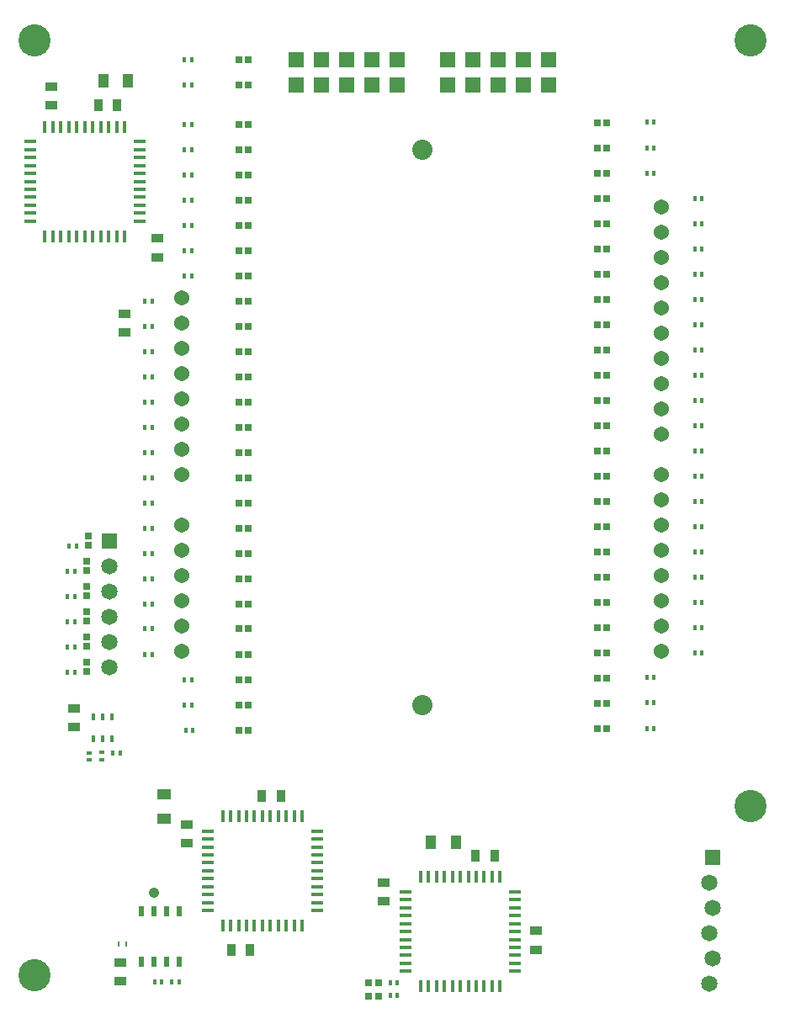
<source format=gts>
G04*
G04 #@! TF.GenerationSoftware,Altium Limited,Altium Designer,19.0.14 (431)*
G04*
G04 Layer_Color=8388736*
%FSLAX44Y44*%
%MOMM*%
G71*
G01*
G75*
%ADD33R,1.0400X1.3400*%
%ADD34R,1.3400X1.0400*%
%ADD35R,0.3400X0.5400*%
%ADD36R,0.6400X0.7400*%
%ADD37R,0.4400X0.6400*%
%ADD38R,0.5400X0.3400*%
%ADD39R,0.7400X0.6400*%
%ADD40R,1.2900X0.8400*%
%ADD41R,0.8400X1.2900*%
%ADD42R,0.2900X0.5400*%
%ADD43C,1.0400*%
%ADD44R,0.5400X1.1400*%
%ADD45R,0.4400X1.2400*%
%ADD46R,1.2400X0.4400*%
%ADD47R,1.6400X1.6400*%
%ADD48C,2.0400*%
%ADD49C,1.5400*%
%ADD50C,3.2400*%
%ADD51R,1.6400X1.6400*%
%ADD52C,1.6400*%
D33*
X438604Y173482D02*
D03*
X463604D02*
D03*
X108912Y940000D02*
D03*
X133912D02*
D03*
D34*
X169926Y221796D02*
D03*
Y196796D02*
D03*
D35*
X397914Y31994D02*
D03*
X404914D02*
D03*
X397914Y19040D02*
D03*
X404914D02*
D03*
X167424Y33010D02*
D03*
X160424D02*
D03*
X184950Y33264D02*
D03*
X177950D02*
D03*
X118764Y262880D02*
D03*
X125764D02*
D03*
X81826Y471160D02*
D03*
X74826D02*
D03*
X80048Y445760D02*
D03*
X73048D02*
D03*
X80048Y420360D02*
D03*
X73048D02*
D03*
X80048Y394960D02*
D03*
X73048D02*
D03*
X80048Y369560D02*
D03*
X73048D02*
D03*
X80048Y344160D02*
D03*
X73048D02*
D03*
X158026Y590540D02*
D03*
X151026D02*
D03*
X158026Y565140D02*
D03*
X151026D02*
D03*
X158026Y539740D02*
D03*
X151026D02*
D03*
X158026Y514340D02*
D03*
X151026D02*
D03*
X158026Y488940D02*
D03*
X151026D02*
D03*
X158026Y463540D02*
D03*
X151026D02*
D03*
X158026Y438140D02*
D03*
X151026D02*
D03*
X158026Y412740D02*
D03*
X151026D02*
D03*
X158026Y388610D02*
D03*
X151026D02*
D03*
X158026Y361940D02*
D03*
X151026D02*
D03*
X197650Y336540D02*
D03*
X190650D02*
D03*
X197650Y311140D02*
D03*
X190650D02*
D03*
X198920Y285740D02*
D03*
X191920D02*
D03*
X158026Y615940D02*
D03*
X151026D02*
D03*
X158026Y641340D02*
D03*
X151026D02*
D03*
X158026Y666740D02*
D03*
X151026D02*
D03*
X158026Y692140D02*
D03*
X151026D02*
D03*
X158026Y717540D02*
D03*
X151026D02*
D03*
X197650Y742940D02*
D03*
X190650D02*
D03*
X197650Y768340D02*
D03*
X190650D02*
D03*
X197650Y793740D02*
D03*
X190650D02*
D03*
X197650Y819140D02*
D03*
X190650D02*
D03*
X197650Y844540D02*
D03*
X190650D02*
D03*
X197650Y869940D02*
D03*
X190650D02*
D03*
X197650Y895340D02*
D03*
X190650D02*
D03*
X197650Y935340D02*
D03*
X190650D02*
D03*
X197650Y960740D02*
D03*
X190650D02*
D03*
X703984Y364234D02*
D03*
X710984D02*
D03*
X703984Y389605D02*
D03*
X710984D02*
D03*
X703984Y414976D02*
D03*
X710984D02*
D03*
X703984Y440347D02*
D03*
X710984D02*
D03*
X703984Y465718D02*
D03*
X710984D02*
D03*
X703984Y491088D02*
D03*
X710984D02*
D03*
X703984Y516459D02*
D03*
X710984D02*
D03*
X703984Y541830D02*
D03*
X710984D02*
D03*
X703984Y567201D02*
D03*
X710984D02*
D03*
X703984Y592572D02*
D03*
X710984D02*
D03*
X703984Y618226D02*
D03*
X710984D02*
D03*
X703984Y643627D02*
D03*
X710984D02*
D03*
X703984Y669027D02*
D03*
X710984D02*
D03*
X703984Y694428D02*
D03*
X710984D02*
D03*
X703984Y719829D02*
D03*
X710984D02*
D03*
X703984Y745229D02*
D03*
X710984D02*
D03*
X703984Y770630D02*
D03*
X710984D02*
D03*
X703984Y796031D02*
D03*
X710984D02*
D03*
X703984Y821432D02*
D03*
X710984D02*
D03*
X655978Y288034D02*
D03*
X662978D02*
D03*
X655978Y313557D02*
D03*
X662978D02*
D03*
X655978Y339080D02*
D03*
X662978D02*
D03*
X655978Y846572D02*
D03*
X662978D02*
D03*
X655978Y872226D02*
D03*
X662978D02*
D03*
X655978Y897880D02*
D03*
X662978D02*
D03*
D36*
X385590Y31740D02*
D03*
X376090D02*
D03*
X385590Y18786D02*
D03*
X376090D02*
D03*
X615460Y592834D02*
D03*
X605960D02*
D03*
X245280Y463540D02*
D03*
X254780D02*
D03*
X615460Y567434D02*
D03*
X605960D02*
D03*
X245280Y488940D02*
D03*
X254780D02*
D03*
X615460Y542034D02*
D03*
X605960D02*
D03*
X245280Y514340D02*
D03*
X254780D02*
D03*
X615460Y516634D02*
D03*
X605960D02*
D03*
X245280Y539740D02*
D03*
X254780D02*
D03*
X615460Y491234D02*
D03*
X605960D02*
D03*
X245280Y565140D02*
D03*
X254780D02*
D03*
X615460Y465834D02*
D03*
X605960D02*
D03*
X245280Y590540D02*
D03*
X254780D02*
D03*
X615460Y440434D02*
D03*
X605960D02*
D03*
X245280Y615940D02*
D03*
X254780D02*
D03*
X615460Y415034D02*
D03*
X605960D02*
D03*
X245280Y641340D02*
D03*
X254780D02*
D03*
X615460Y389634D02*
D03*
X605960D02*
D03*
X245280Y666740D02*
D03*
X254780D02*
D03*
X615714Y872233D02*
D03*
X606214D02*
D03*
X615460Y364234D02*
D03*
X605960D02*
D03*
X245280Y692140D02*
D03*
X254780D02*
D03*
X615714Y846832D02*
D03*
X606214D02*
D03*
X615460Y338834D02*
D03*
X605960D02*
D03*
X245280Y717540D02*
D03*
X254780D02*
D03*
X615714Y821432D02*
D03*
X606214D02*
D03*
X615460Y313434D02*
D03*
X605960D02*
D03*
X245280Y742940D02*
D03*
X254780D02*
D03*
X615714Y796031D02*
D03*
X606214D02*
D03*
X615460Y288034D02*
D03*
X605960D02*
D03*
X245280Y768340D02*
D03*
X254780D02*
D03*
X615714Y770630D02*
D03*
X606214D02*
D03*
X245280Y793740D02*
D03*
X254780D02*
D03*
X615714Y745229D02*
D03*
X606214D02*
D03*
X245280Y311140D02*
D03*
X254780D02*
D03*
X245280Y819140D02*
D03*
X254780D02*
D03*
X615714Y719829D02*
D03*
X606214D02*
D03*
X245280Y336540D02*
D03*
X254780D02*
D03*
X245280Y844540D02*
D03*
X254780D02*
D03*
X615714Y694428D02*
D03*
X606214D02*
D03*
X245280Y361940D02*
D03*
X254780D02*
D03*
X245280Y869940D02*
D03*
X254780D02*
D03*
X615714Y669027D02*
D03*
X606214D02*
D03*
X245280Y388610D02*
D03*
X254780D02*
D03*
X245280Y895340D02*
D03*
X254780D02*
D03*
X615714Y643627D02*
D03*
X606214D02*
D03*
X245280Y412740D02*
D03*
X254780D02*
D03*
X245280Y935340D02*
D03*
X254780D02*
D03*
X615714Y618226D02*
D03*
X606214D02*
D03*
X245280Y438140D02*
D03*
X254780D02*
D03*
X615714Y897634D02*
D03*
X606214D02*
D03*
X245280Y285740D02*
D03*
X254780D02*
D03*
X245280Y960740D02*
D03*
X254780D02*
D03*
D37*
X108196Y277457D02*
D03*
X98696Y299457D02*
D03*
X117696D02*
D03*
X108196D02*
D03*
X117696Y277457D02*
D03*
X98696D02*
D03*
D38*
X107282Y256642D02*
D03*
Y263642D02*
D03*
X95090Y256586D02*
D03*
Y263586D02*
D03*
D39*
X92296Y344998D02*
D03*
Y354498D02*
D03*
X94074Y471998D02*
D03*
Y481498D02*
D03*
X92296Y370398D02*
D03*
Y379898D02*
D03*
Y395798D02*
D03*
Y405298D02*
D03*
Y421198D02*
D03*
Y430698D02*
D03*
Y446598D02*
D03*
Y456098D02*
D03*
D40*
X79088Y289194D02*
D03*
Y308194D02*
D03*
X126078Y33670D02*
D03*
Y52670D02*
D03*
X192626Y172608D02*
D03*
Y191608D02*
D03*
X130626Y686206D02*
D03*
Y705206D02*
D03*
X163416Y781244D02*
D03*
Y762244D02*
D03*
X56990Y914948D02*
D03*
Y933948D02*
D03*
X544322Y65176D02*
D03*
Y84176D02*
D03*
X391254Y114056D02*
D03*
Y133056D02*
D03*
D41*
X237736Y65014D02*
D03*
X256736D02*
D03*
X287376Y219964D02*
D03*
X268376D02*
D03*
X122624Y914898D02*
D03*
X103624D02*
D03*
X483608Y159502D02*
D03*
X502608D02*
D03*
D42*
X124360Y71364D02*
D03*
X131860D02*
D03*
D43*
X159606Y122672D02*
D03*
D44*
X146906Y53330D02*
D03*
X159606D02*
D03*
X172306D02*
D03*
X185006D02*
D03*
X146906Y104330D02*
D03*
X159606D02*
D03*
X172306D02*
D03*
X185006D02*
D03*
D45*
X309080Y199770D02*
D03*
X301080D02*
D03*
X293080D02*
D03*
X285080D02*
D03*
X277080D02*
D03*
X269080D02*
D03*
X261080D02*
D03*
X253080D02*
D03*
X245080D02*
D03*
X237080D02*
D03*
X229080D02*
D03*
Y89770D02*
D03*
X237080D02*
D03*
X245080D02*
D03*
X253080D02*
D03*
X261080D02*
D03*
X269080D02*
D03*
X277080D02*
D03*
X285080D02*
D03*
X293080D02*
D03*
X301080D02*
D03*
X309080D02*
D03*
X50264Y893444D02*
D03*
X58264D02*
D03*
X66264D02*
D03*
X74264D02*
D03*
X82264D02*
D03*
X90264D02*
D03*
X98264D02*
D03*
X106264D02*
D03*
X114264D02*
D03*
X122264D02*
D03*
X130264D02*
D03*
Y783444D02*
D03*
X122264D02*
D03*
X114264D02*
D03*
X106264D02*
D03*
X98264D02*
D03*
X90264D02*
D03*
X82264D02*
D03*
X74264D02*
D03*
X66264D02*
D03*
X58264D02*
D03*
X50264D02*
D03*
X428216Y138556D02*
D03*
X436216D02*
D03*
X444216D02*
D03*
X452216D02*
D03*
X460216D02*
D03*
X468216D02*
D03*
X476216D02*
D03*
X484216D02*
D03*
X492216D02*
D03*
X500216D02*
D03*
X508216D02*
D03*
Y28556D02*
D03*
X500216D02*
D03*
X492216D02*
D03*
X484216D02*
D03*
X476216D02*
D03*
X468216D02*
D03*
X460216D02*
D03*
X452216D02*
D03*
X444216D02*
D03*
X436216D02*
D03*
X428216D02*
D03*
D46*
X214080Y104770D02*
D03*
Y112770D02*
D03*
Y120770D02*
D03*
Y128770D02*
D03*
Y136770D02*
D03*
Y144770D02*
D03*
Y152770D02*
D03*
Y160770D02*
D03*
Y168770D02*
D03*
Y176770D02*
D03*
Y184770D02*
D03*
X324080D02*
D03*
Y176770D02*
D03*
Y168770D02*
D03*
Y160770D02*
D03*
Y152770D02*
D03*
Y144770D02*
D03*
Y136770D02*
D03*
Y128770D02*
D03*
Y120770D02*
D03*
Y112770D02*
D03*
Y104770D02*
D03*
X145264Y798444D02*
D03*
Y806444D02*
D03*
Y814444D02*
D03*
Y822444D02*
D03*
Y830444D02*
D03*
Y838444D02*
D03*
Y846444D02*
D03*
Y854444D02*
D03*
Y862444D02*
D03*
Y870444D02*
D03*
Y878444D02*
D03*
X35264D02*
D03*
Y870444D02*
D03*
Y862444D02*
D03*
Y854444D02*
D03*
Y846444D02*
D03*
Y838444D02*
D03*
Y830444D02*
D03*
Y822444D02*
D03*
Y814444D02*
D03*
Y806444D02*
D03*
Y798444D02*
D03*
X523216Y43556D02*
D03*
Y51556D02*
D03*
Y59556D02*
D03*
Y67556D02*
D03*
Y75556D02*
D03*
Y83556D02*
D03*
Y91556D02*
D03*
Y99556D02*
D03*
Y107556D02*
D03*
Y115556D02*
D03*
Y123556D02*
D03*
X413216D02*
D03*
Y115556D02*
D03*
Y107556D02*
D03*
Y99556D02*
D03*
Y91556D02*
D03*
Y83556D02*
D03*
Y75556D02*
D03*
Y67556D02*
D03*
Y59556D02*
D03*
Y51556D02*
D03*
Y43556D02*
D03*
D47*
X404208Y960740D02*
D03*
X378808D02*
D03*
X353408D02*
D03*
X455008D02*
D03*
X480408D02*
D03*
X505808D02*
D03*
X302608D02*
D03*
X328008D02*
D03*
X556608D02*
D03*
X531208D02*
D03*
Y935340D02*
D03*
X556608D02*
D03*
X328008D02*
D03*
X302608D02*
D03*
X505808D02*
D03*
X480408D02*
D03*
X455008D02*
D03*
X353408D02*
D03*
X378808D02*
D03*
X404208D02*
D03*
D48*
X429608Y869940D02*
D03*
Y311140D02*
D03*
D49*
X187800Y492750D02*
D03*
Y467350D02*
D03*
Y441950D02*
D03*
Y416550D02*
D03*
Y391150D02*
D03*
Y365750D02*
D03*
X670400D02*
D03*
Y391150D02*
D03*
Y416550D02*
D03*
Y441950D02*
D03*
Y467350D02*
D03*
Y492750D02*
D03*
Y518150D02*
D03*
Y543550D02*
D03*
Y634990D02*
D03*
Y812790D02*
D03*
Y787390D02*
D03*
Y761990D02*
D03*
Y736590D02*
D03*
Y711190D02*
D03*
Y685790D02*
D03*
Y660390D02*
D03*
Y609590D02*
D03*
Y584190D02*
D03*
X187800Y721350D02*
D03*
Y695950D02*
D03*
Y670550D02*
D03*
Y645150D02*
D03*
Y619750D02*
D03*
Y594350D02*
D03*
Y568950D02*
D03*
Y543550D02*
D03*
D50*
X760000Y980000D02*
D03*
Y210000D02*
D03*
X40000Y40000D02*
D03*
Y980000D02*
D03*
D51*
X722089Y158456D02*
D03*
X115156Y476748D02*
D03*
D52*
X718914Y133056D02*
D03*
X722089Y107656D02*
D03*
X718914Y82256D02*
D03*
X722089Y56856D02*
D03*
X718914Y31456D02*
D03*
X115156Y451348D02*
D03*
Y425948D02*
D03*
Y400548D02*
D03*
Y375148D02*
D03*
Y349748D02*
D03*
M02*

</source>
